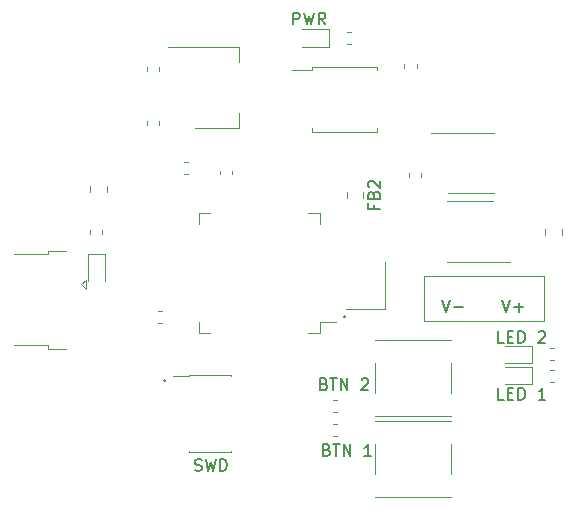
<source format=gbr>
G04 #@! TF.GenerationSoftware,KiCad,Pcbnew,5.1.5-52549c5~86~ubuntu18.04.1*
G04 #@! TF.CreationDate,2020-05-13T15:12:28-04:00*
G04 #@! TF.ProjectId,SoundBoard,536f756e-6442-46f6-9172-642e6b696361,rev?*
G04 #@! TF.SameCoordinates,Original*
G04 #@! TF.FileFunction,Legend,Top*
G04 #@! TF.FilePolarity,Positive*
%FSLAX46Y46*%
G04 Gerber Fmt 4.6, Leading zero omitted, Abs format (unit mm)*
G04 Created by KiCad (PCBNEW 5.1.5-52549c5~86~ubuntu18.04.1) date 2020-05-13 15:12:28*
%MOMM*%
%LPD*%
G04 APERTURE LIST*
%ADD10C,0.150000*%
%ADD11C,0.120000*%
G04 APERTURE END LIST*
D10*
X75142857Y-134404761D02*
X75285714Y-134452380D01*
X75523809Y-134452380D01*
X75619047Y-134404761D01*
X75666666Y-134357142D01*
X75714285Y-134261904D01*
X75714285Y-134166666D01*
X75666666Y-134071428D01*
X75619047Y-134023809D01*
X75523809Y-133976190D01*
X75333333Y-133928571D01*
X75238095Y-133880952D01*
X75190476Y-133833333D01*
X75142857Y-133738095D01*
X75142857Y-133642857D01*
X75190476Y-133547619D01*
X75238095Y-133500000D01*
X75333333Y-133452380D01*
X75571428Y-133452380D01*
X75714285Y-133500000D01*
X76047619Y-133452380D02*
X76285714Y-134452380D01*
X76476190Y-133738095D01*
X76666666Y-134452380D01*
X76904761Y-133452380D01*
X77285714Y-134452380D02*
X77285714Y-133452380D01*
X77523809Y-133452380D01*
X77666666Y-133500000D01*
X77761904Y-133595238D01*
X77809523Y-133690476D01*
X77857142Y-133880952D01*
X77857142Y-134023809D01*
X77809523Y-134214285D01*
X77761904Y-134309523D01*
X77666666Y-134404761D01*
X77523809Y-134452380D01*
X77285714Y-134452380D01*
X83466666Y-96652380D02*
X83466666Y-95652380D01*
X83847619Y-95652380D01*
X83942857Y-95700000D01*
X83990476Y-95747619D01*
X84038095Y-95842857D01*
X84038095Y-95985714D01*
X83990476Y-96080952D01*
X83942857Y-96128571D01*
X83847619Y-96176190D01*
X83466666Y-96176190D01*
X84371428Y-95652380D02*
X84609523Y-96652380D01*
X84800000Y-95938095D01*
X84990476Y-96652380D01*
X85228571Y-95652380D01*
X86180952Y-96652380D02*
X85847619Y-96176190D01*
X85609523Y-96652380D02*
X85609523Y-95652380D01*
X85990476Y-95652380D01*
X86085714Y-95700000D01*
X86133333Y-95747619D01*
X86180952Y-95842857D01*
X86180952Y-95985714D01*
X86133333Y-96080952D01*
X86085714Y-96128571D01*
X85990476Y-96176190D01*
X85609523Y-96176190D01*
X86059523Y-127103571D02*
X86202380Y-127151190D01*
X86250000Y-127198809D01*
X86297619Y-127294047D01*
X86297619Y-127436904D01*
X86250000Y-127532142D01*
X86202380Y-127579761D01*
X86107142Y-127627380D01*
X85726190Y-127627380D01*
X85726190Y-126627380D01*
X86059523Y-126627380D01*
X86154761Y-126675000D01*
X86202380Y-126722619D01*
X86250000Y-126817857D01*
X86250000Y-126913095D01*
X86202380Y-127008333D01*
X86154761Y-127055952D01*
X86059523Y-127103571D01*
X85726190Y-127103571D01*
X86583333Y-126627380D02*
X87154761Y-126627380D01*
X86869047Y-127627380D02*
X86869047Y-126627380D01*
X87488095Y-127627380D02*
X87488095Y-126627380D01*
X88059523Y-127627380D01*
X88059523Y-126627380D01*
X89250000Y-126722619D02*
X89297619Y-126675000D01*
X89392857Y-126627380D01*
X89630952Y-126627380D01*
X89726190Y-126675000D01*
X89773809Y-126722619D01*
X89821428Y-126817857D01*
X89821428Y-126913095D01*
X89773809Y-127055952D01*
X89202380Y-127627380D01*
X89821428Y-127627380D01*
X86309523Y-132678571D02*
X86452380Y-132726190D01*
X86500000Y-132773809D01*
X86547619Y-132869047D01*
X86547619Y-133011904D01*
X86500000Y-133107142D01*
X86452380Y-133154761D01*
X86357142Y-133202380D01*
X85976190Y-133202380D01*
X85976190Y-132202380D01*
X86309523Y-132202380D01*
X86404761Y-132250000D01*
X86452380Y-132297619D01*
X86500000Y-132392857D01*
X86500000Y-132488095D01*
X86452380Y-132583333D01*
X86404761Y-132630952D01*
X86309523Y-132678571D01*
X85976190Y-132678571D01*
X86833333Y-132202380D02*
X87404761Y-132202380D01*
X87119047Y-133202380D02*
X87119047Y-132202380D01*
X87738095Y-133202380D02*
X87738095Y-132202380D01*
X88309523Y-133202380D01*
X88309523Y-132202380D01*
X90071428Y-133202380D02*
X89500000Y-133202380D01*
X89785714Y-133202380D02*
X89785714Y-132202380D01*
X89690476Y-132345238D01*
X89595238Y-132440476D01*
X89500000Y-132488095D01*
X87800000Y-121357142D02*
X87847619Y-121404761D01*
X87800000Y-121452380D01*
X87752380Y-121404761D01*
X87800000Y-121357142D01*
X87800000Y-121452380D01*
X72600000Y-126757142D02*
X72647619Y-126804761D01*
X72600000Y-126852380D01*
X72552380Y-126804761D01*
X72600000Y-126757142D01*
X72600000Y-126852380D01*
X101300000Y-128427380D02*
X100823809Y-128427380D01*
X100823809Y-127427380D01*
X101633333Y-127903571D02*
X101966666Y-127903571D01*
X102109523Y-128427380D02*
X101633333Y-128427380D01*
X101633333Y-127427380D01*
X102109523Y-127427380D01*
X102538095Y-128427380D02*
X102538095Y-127427380D01*
X102776190Y-127427380D01*
X102919047Y-127475000D01*
X103014285Y-127570238D01*
X103061904Y-127665476D01*
X103109523Y-127855952D01*
X103109523Y-127998809D01*
X103061904Y-128189285D01*
X103014285Y-128284523D01*
X102919047Y-128379761D01*
X102776190Y-128427380D01*
X102538095Y-128427380D01*
X104823809Y-128427380D02*
X104252380Y-128427380D01*
X104538095Y-128427380D02*
X104538095Y-127427380D01*
X104442857Y-127570238D01*
X104347619Y-127665476D01*
X104252380Y-127713095D01*
X101300000Y-123627380D02*
X100823809Y-123627380D01*
X100823809Y-122627380D01*
X101633333Y-123103571D02*
X101966666Y-123103571D01*
X102109523Y-123627380D02*
X101633333Y-123627380D01*
X101633333Y-122627380D01*
X102109523Y-122627380D01*
X102538095Y-123627380D02*
X102538095Y-122627380D01*
X102776190Y-122627380D01*
X102919047Y-122675000D01*
X103014285Y-122770238D01*
X103061904Y-122865476D01*
X103109523Y-123055952D01*
X103109523Y-123198809D01*
X103061904Y-123389285D01*
X103014285Y-123484523D01*
X102919047Y-123579761D01*
X102776190Y-123627380D01*
X102538095Y-123627380D01*
X104252380Y-122722619D02*
X104300000Y-122675000D01*
X104395238Y-122627380D01*
X104633333Y-122627380D01*
X104728571Y-122675000D01*
X104776190Y-122722619D01*
X104823809Y-122817857D01*
X104823809Y-122913095D01*
X104776190Y-123055952D01*
X104204761Y-123627380D01*
X104823809Y-123627380D01*
D11*
X98400000Y-116760000D02*
X101850000Y-116760000D01*
X98400000Y-116760000D02*
X96450000Y-116760000D01*
X98400000Y-111640000D02*
X100350000Y-111640000D01*
X98400000Y-111640000D02*
X96450000Y-111640000D01*
X106210000Y-114458578D02*
X106210000Y-113941422D01*
X104790000Y-114458578D02*
X104790000Y-113941422D01*
X87990000Y-110841422D02*
X87990000Y-111358578D01*
X89410000Y-110841422D02*
X89410000Y-111358578D01*
X66290000Y-110341422D02*
X66290000Y-110858578D01*
X67710000Y-110341422D02*
X67710000Y-110858578D01*
X94520000Y-117990000D02*
X104680000Y-117990000D01*
X104680000Y-121800000D02*
X94520000Y-121800000D01*
X94520000Y-117990000D02*
X94520000Y-121800000D01*
X104680000Y-121800000D02*
X104680000Y-117990000D01*
X93910000Y-100362779D02*
X93910000Y-100037221D01*
X92890000Y-100362779D02*
X92890000Y-100037221D01*
X72110000Y-104837221D02*
X72110000Y-105162779D01*
X71090000Y-104837221D02*
X71090000Y-105162779D01*
X72110000Y-100562779D02*
X72110000Y-100237221D01*
X71090000Y-100562779D02*
X71090000Y-100237221D01*
X78310000Y-109362779D02*
X78310000Y-109037221D01*
X77290000Y-109362779D02*
X77290000Y-109037221D01*
X72362779Y-121910000D02*
X72037221Y-121910000D01*
X72362779Y-120890000D02*
X72037221Y-120890000D01*
X74562779Y-108290000D02*
X74237221Y-108290000D01*
X74562779Y-109310000D02*
X74237221Y-109310000D01*
X67535000Y-118400000D02*
X67535000Y-116115000D01*
X67535000Y-116115000D02*
X66065000Y-116115000D01*
X66065000Y-116115000D02*
X66065000Y-118400000D01*
X86485000Y-97065000D02*
X84200000Y-97065000D01*
X86485000Y-98535000D02*
X86485000Y-97065000D01*
X84200000Y-98535000D02*
X86485000Y-98535000D01*
X101400000Y-127135000D02*
X103685000Y-127135000D01*
X103685000Y-127135000D02*
X103685000Y-125665000D01*
X103685000Y-125665000D02*
X101400000Y-125665000D01*
X101400000Y-125335000D02*
X103685000Y-125335000D01*
X103685000Y-125335000D02*
X103685000Y-123865000D01*
X103685000Y-123865000D02*
X101400000Y-123865000D01*
X67310000Y-114037221D02*
X67310000Y-114362779D01*
X66290000Y-114037221D02*
X66290000Y-114362779D01*
X62665000Y-115825000D02*
X64215000Y-115825000D01*
X62665000Y-115825000D02*
X62665000Y-116125000D01*
X59865000Y-116125000D02*
X62665000Y-116125000D01*
X62665000Y-124125000D02*
X64215000Y-124125000D01*
X62665000Y-123825000D02*
X62665000Y-124125000D01*
X59865000Y-123825000D02*
X62665000Y-123825000D01*
X65915000Y-119075000D02*
X65465000Y-118675000D01*
X65915000Y-118275000D02*
X65915000Y-119075000D01*
X65465000Y-118675000D02*
X65915000Y-118275000D01*
X74635000Y-126365000D02*
X78165000Y-126365000D01*
X74635000Y-132835000D02*
X78165000Y-132835000D01*
X73310000Y-126430000D02*
X74635000Y-126430000D01*
X74635000Y-126365000D02*
X74635000Y-126430000D01*
X78165000Y-126365000D02*
X78165000Y-126430000D01*
X74635000Y-132770000D02*
X74635000Y-132835000D01*
X78165000Y-132770000D02*
X78165000Y-132835000D01*
X88037221Y-97290000D02*
X88362779Y-97290000D01*
X88037221Y-98310000D02*
X88362779Y-98310000D01*
X86837221Y-130490000D02*
X87162779Y-130490000D01*
X86837221Y-131510000D02*
X87162779Y-131510000D01*
X86837221Y-129510000D02*
X87162779Y-129510000D01*
X86837221Y-128490000D02*
X87162779Y-128490000D01*
X105237221Y-125890000D02*
X105562779Y-125890000D01*
X105237221Y-126910000D02*
X105562779Y-126910000D01*
X105237221Y-125110000D02*
X105562779Y-125110000D01*
X105237221Y-124090000D02*
X105562779Y-124090000D01*
X94310000Y-109562779D02*
X94310000Y-109237221D01*
X93290000Y-109562779D02*
X93290000Y-109237221D01*
X96830000Y-130220000D02*
X96830000Y-130250000D01*
X96830000Y-136680000D02*
X96830000Y-136650000D01*
X90370000Y-136680000D02*
X90370000Y-136650000D01*
X90370000Y-130250000D02*
X90370000Y-130220000D01*
X96830000Y-132150000D02*
X96830000Y-134750000D01*
X90370000Y-130220000D02*
X96830000Y-130220000D01*
X90370000Y-132150000D02*
X90370000Y-134750000D01*
X90370000Y-136680000D02*
X96830000Y-136680000D01*
X96830000Y-123370000D02*
X90370000Y-123370000D01*
X96830000Y-127900000D02*
X96830000Y-125300000D01*
X96830000Y-129830000D02*
X90370000Y-129830000D01*
X90370000Y-127900000D02*
X90370000Y-125300000D01*
X96830000Y-129800000D02*
X96830000Y-129830000D01*
X96830000Y-123370000D02*
X96830000Y-123400000D01*
X90370000Y-123370000D02*
X90370000Y-123400000D01*
X90370000Y-129830000D02*
X90370000Y-129800000D01*
X78910000Y-105410000D02*
X78910000Y-104150000D01*
X78910000Y-98590000D02*
X78910000Y-99850000D01*
X75150000Y-105410000D02*
X78910000Y-105410000D01*
X72900000Y-98590000D02*
X78910000Y-98590000D01*
X76440000Y-112590000D02*
X75490000Y-112590000D01*
X75490000Y-112590000D02*
X75490000Y-113540000D01*
X84760000Y-112590000D02*
X85710000Y-112590000D01*
X85710000Y-112590000D02*
X85710000Y-113540000D01*
X76440000Y-122810000D02*
X75490000Y-122810000D01*
X75490000Y-122810000D02*
X75490000Y-121860000D01*
X84760000Y-122810000D02*
X85710000Y-122810000D01*
X85710000Y-122810000D02*
X85710000Y-121860000D01*
X85710000Y-121860000D02*
X87050000Y-121860000D01*
X98550000Y-110960000D02*
X100500000Y-110960000D01*
X98550000Y-110960000D02*
X96600000Y-110960000D01*
X98550000Y-105840000D02*
X100500000Y-105840000D01*
X98550000Y-105840000D02*
X95100000Y-105840000D01*
X87800000Y-105725000D02*
X90525000Y-105725000D01*
X90525000Y-105725000D02*
X90525000Y-105465000D01*
X87800000Y-105725000D02*
X85075000Y-105725000D01*
X85075000Y-105725000D02*
X85075000Y-105465000D01*
X87800000Y-100275000D02*
X90525000Y-100275000D01*
X90525000Y-100275000D02*
X90525000Y-100535000D01*
X87800000Y-100275000D02*
X85075000Y-100275000D01*
X85075000Y-100275000D02*
X85075000Y-100535000D01*
X85075000Y-100535000D02*
X83400000Y-100535000D01*
X87950000Y-120750000D02*
X91250000Y-120750000D01*
X91250000Y-120750000D02*
X91250000Y-116750000D01*
D10*
X90278571Y-111933333D02*
X90278571Y-112266666D01*
X90802380Y-112266666D02*
X89802380Y-112266666D01*
X89802380Y-111790476D01*
X90278571Y-111076190D02*
X90326190Y-110933333D01*
X90373809Y-110885714D01*
X90469047Y-110838095D01*
X90611904Y-110838095D01*
X90707142Y-110885714D01*
X90754761Y-110933333D01*
X90802380Y-111028571D01*
X90802380Y-111409523D01*
X89802380Y-111409523D01*
X89802380Y-111076190D01*
X89850000Y-110980952D01*
X89897619Y-110933333D01*
X89992857Y-110885714D01*
X90088095Y-110885714D01*
X90183333Y-110933333D01*
X90230952Y-110980952D01*
X90278571Y-111076190D01*
X90278571Y-111409523D01*
X89897619Y-110457142D02*
X89850000Y-110409523D01*
X89802380Y-110314285D01*
X89802380Y-110076190D01*
X89850000Y-109980952D01*
X89897619Y-109933333D01*
X89992857Y-109885714D01*
X90088095Y-109885714D01*
X90230952Y-109933333D01*
X90802380Y-110504761D01*
X90802380Y-109885714D01*
X101187619Y-119982380D02*
X101520952Y-120982380D01*
X101854285Y-119982380D01*
X102187619Y-120601428D02*
X102949523Y-120601428D01*
X102568571Y-120982380D02*
X102568571Y-120220476D01*
X96107619Y-119982380D02*
X96440952Y-120982380D01*
X96774285Y-119982380D01*
X97107619Y-120601428D02*
X97869523Y-120601428D01*
M02*

</source>
